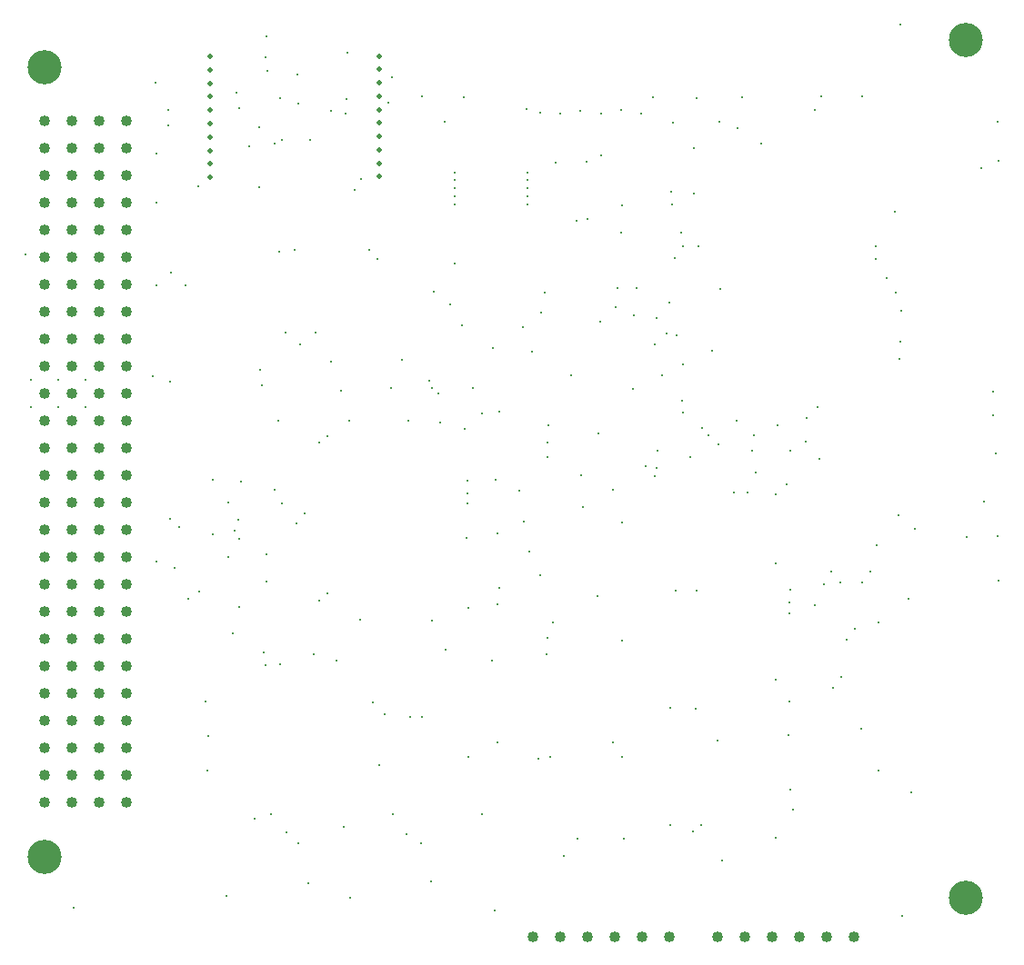
<source format=gbr>
%TF.GenerationSoftware,Altium Limited,Altium Designer,21.8.1 (53)*%
G04 Layer_Color=0*
%FSLAX45Y45*%
%MOMM*%
%TF.SameCoordinates,1CF0B822-2DD9-431B-A6BE-AAED35006C4B*%
%TF.FilePolarity,Positive*%
%TF.FileFunction,Plated,1,4,PTH,Drill*%
%TF.Part,Single*%
G01*
G75*
%TA.AperFunction,ComponentDrill*%
%ADD92C,0.50000*%
%ADD93C,1.02000*%
%ADD94C,1.02000*%
%ADD95C,3.18000*%
%TA.AperFunction,ViaDrill,NotFilled*%
%ADD96C,0.25000*%
D92*
X2050000Y8350000D02*
D03*
Y8225000D02*
D03*
Y8100000D02*
D03*
Y7975000D02*
D03*
Y7850000D02*
D03*
Y7725000D02*
D03*
Y7600000D02*
D03*
Y7475000D02*
D03*
Y7350000D02*
D03*
Y7225000D02*
D03*
X3620000Y8355000D02*
D03*
Y8230000D02*
D03*
Y8105000D02*
D03*
Y7980000D02*
D03*
Y7855000D02*
D03*
Y7730000D02*
D03*
Y7605000D02*
D03*
Y7480000D02*
D03*
Y7355000D02*
D03*
Y7230000D02*
D03*
D93*
X6770000Y150000D02*
D03*
X7024000D02*
D03*
X7278000D02*
D03*
X7532000D02*
D03*
X7786000D02*
D03*
X8040000D02*
D03*
X5050000D02*
D03*
X5304000D02*
D03*
X5558000D02*
D03*
X5812000D02*
D03*
X6066000D02*
D03*
X6320000D02*
D03*
D94*
X1016000Y6477000D02*
D03*
Y6223000D02*
D03*
Y5715000D02*
D03*
Y5969000D02*
D03*
Y5207000D02*
D03*
Y4953000D02*
D03*
Y4699000D02*
D03*
Y4191000D02*
D03*
Y4445000D02*
D03*
Y3683000D02*
D03*
Y3175000D02*
D03*
Y3937000D02*
D03*
Y3429000D02*
D03*
Y5461000D02*
D03*
Y6731000D02*
D03*
X1270000Y2667000D02*
D03*
Y3429000D02*
D03*
Y3175000D02*
D03*
Y2921000D02*
D03*
Y3683000D02*
D03*
Y4191000D02*
D03*
Y1397000D02*
D03*
Y1651000D02*
D03*
Y2159000D02*
D03*
Y2413000D02*
D03*
Y1905000D02*
D03*
Y3937000D02*
D03*
X1016000Y7747000D02*
D03*
Y6985000D02*
D03*
Y7493000D02*
D03*
X1270000Y7239000D02*
D03*
Y7493000D02*
D03*
X1016000Y7239000D02*
D03*
X1270000Y7747000D02*
D03*
Y6985000D02*
D03*
Y6477000D02*
D03*
Y6223000D02*
D03*
Y5969000D02*
D03*
Y5715000D02*
D03*
Y5461000D02*
D03*
Y5207000D02*
D03*
Y4699000D02*
D03*
Y4445000D02*
D03*
Y6731000D02*
D03*
Y4953000D02*
D03*
X1016000Y2413000D02*
D03*
Y2667000D02*
D03*
Y1905000D02*
D03*
Y2921000D02*
D03*
Y1397000D02*
D03*
Y2159000D02*
D03*
Y1651000D02*
D03*
X508000Y6477000D02*
D03*
Y6223000D02*
D03*
Y5715000D02*
D03*
Y5969000D02*
D03*
Y5207000D02*
D03*
Y4953000D02*
D03*
Y4699000D02*
D03*
Y4191000D02*
D03*
Y4445000D02*
D03*
Y3683000D02*
D03*
Y3175000D02*
D03*
Y3937000D02*
D03*
Y3429000D02*
D03*
Y5461000D02*
D03*
Y6731000D02*
D03*
X762000Y2667000D02*
D03*
Y3429000D02*
D03*
Y3175000D02*
D03*
Y2921000D02*
D03*
Y3683000D02*
D03*
Y4191000D02*
D03*
Y1397000D02*
D03*
Y1651000D02*
D03*
Y2159000D02*
D03*
Y2413000D02*
D03*
Y1905000D02*
D03*
Y3937000D02*
D03*
X508000Y7747000D02*
D03*
Y6985000D02*
D03*
Y7493000D02*
D03*
X762000Y7239000D02*
D03*
Y7493000D02*
D03*
X508000Y7239000D02*
D03*
X762000Y7747000D02*
D03*
Y6985000D02*
D03*
Y6477000D02*
D03*
Y6223000D02*
D03*
Y5969000D02*
D03*
Y5715000D02*
D03*
Y5461000D02*
D03*
Y5207000D02*
D03*
Y4699000D02*
D03*
Y4445000D02*
D03*
Y6731000D02*
D03*
Y4953000D02*
D03*
X508000Y2413000D02*
D03*
Y2667000D02*
D03*
Y1905000D02*
D03*
Y2921000D02*
D03*
Y1397000D02*
D03*
Y2159000D02*
D03*
Y1651000D02*
D03*
D95*
X9082000Y8502000D02*
D03*
Y508000D02*
D03*
X508000Y889000D02*
D03*
Y8248000D02*
D03*
D96*
X2690000Y6530000D02*
D03*
X2751991Y5776807D02*
D03*
X2830000Y6550000D02*
D03*
X3327400Y8382000D02*
D03*
X3736941Y8153058D02*
D03*
X8240000Y6460000D02*
D03*
X8343900Y6286500D02*
D03*
X8432800Y6146800D02*
D03*
X6515900Y4613800D02*
D03*
X6579000Y3370000D02*
D03*
X6565900Y2273300D02*
D03*
X7924800Y2565400D02*
D03*
X7848600Y2463800D02*
D03*
X7911700Y3450000D02*
D03*
X2882900Y5664200D02*
D03*
X6794500Y6184900D02*
D03*
X1549400Y7442200D02*
D03*
X6210000Y4676900D02*
D03*
X5499100Y4445000D02*
D03*
X4438957Y4279900D02*
D03*
X7446782Y3380000D02*
D03*
X3352800Y508000D02*
D03*
X5100000Y1810000D02*
D03*
X5662889Y4834542D02*
D03*
X6102462Y4535771D02*
D03*
X6190000Y4440000D02*
D03*
X6200000Y4520000D02*
D03*
X7442200Y3263900D02*
D03*
Y3162300D02*
D03*
X4241800Y2819400D02*
D03*
X4673600Y2717800D02*
D03*
X2870200Y7912100D02*
D03*
X2697818Y7957818D02*
D03*
X2578100Y8216900D02*
D03*
X2565400Y8343900D02*
D03*
X2716370Y7574974D02*
D03*
X2410000Y7510000D02*
D03*
X2313100Y7870000D02*
D03*
X2649266Y7540591D02*
D03*
X2500000Y7690000D02*
D03*
X6959600Y7683500D02*
D03*
X5041900Y5600700D02*
D03*
X6184900Y5664200D02*
D03*
X5676900Y5880100D02*
D03*
X6629400Y4889500D02*
D03*
X6946900Y4953000D02*
D03*
X9093200Y3873500D02*
D03*
X2527300Y5283200D02*
D03*
X2213385Y4198025D02*
D03*
X2260600Y2971800D02*
D03*
X3009900Y2781300D02*
D03*
X3225800Y2717800D02*
D03*
X3263900Y5232400D02*
D03*
X3730462Y5261678D02*
D03*
X2212017Y3687548D02*
D03*
X2318019Y3851846D02*
D03*
X8549000Y3300000D02*
D03*
X8268100Y3080000D02*
D03*
Y1700000D02*
D03*
X8572100Y1490000D02*
D03*
X381000Y5080000D02*
D03*
Y5334000D02*
D03*
X635000D02*
D03*
X889000D02*
D03*
Y5080000D02*
D03*
X635000D02*
D03*
X330200Y6502400D02*
D03*
X1511300Y5372100D02*
D03*
X1676400Y5321300D02*
D03*
X1815700Y6221200D02*
D03*
X1549400Y3644900D02*
D03*
X1714500Y3581400D02*
D03*
X4925982Y4304018D02*
D03*
X4127500Y6159500D02*
D03*
X5461000Y6819900D02*
D03*
X7130000Y4473981D02*
D03*
X5128969Y5965669D02*
D03*
X5160000Y6148330D02*
D03*
X6020000Y6188820D02*
D03*
X5840000D02*
D03*
X4390000Y5841200D02*
D03*
X4680000Y5636900D02*
D03*
X4280000Y6040000D02*
D03*
X3030398Y5778100D02*
D03*
X7680000Y3240000D02*
D03*
X5240000Y3080000D02*
D03*
X7326900Y4910000D02*
D03*
X7180000Y7540000D02*
D03*
X7110000Y4823100D02*
D03*
X7590000Y4760000D02*
D03*
X7450000Y4680000D02*
D03*
X7720000Y4600000D02*
D03*
X8190000Y3550000D02*
D03*
X8120000Y3450000D02*
D03*
X8050000Y3020000D02*
D03*
X7970000Y2920000D02*
D03*
X7700000Y5080000D02*
D03*
X7600000Y4980000D02*
D03*
X7090000Y4680000D02*
D03*
X6390000Y5750000D02*
D03*
X6720000Y5610000D02*
D03*
X8480000Y5980000D02*
D03*
X5820000Y6015710D02*
D03*
X6200000Y5910000D02*
D03*
X8468162Y5530909D02*
D03*
X8470000Y5690000D02*
D03*
X8245382Y6585382D02*
D03*
X5181009Y2782557D02*
D03*
X5190000Y2930000D02*
D03*
X5200000Y4910000D02*
D03*
X3139004Y4813100D02*
D03*
X3060000Y4750000D02*
D03*
X4420000Y4876170D02*
D03*
X8418700Y6901351D02*
D03*
X1680000Y6340000D02*
D03*
X5120000Y3520000D02*
D03*
X4720000Y3250000D02*
D03*
X7830000Y3550000D02*
D03*
X7760000Y3430000D02*
D03*
X8250000Y3800000D02*
D03*
X8453100Y4080000D02*
D03*
X8610000Y3950000D02*
D03*
X2850000Y4000000D02*
D03*
X2930000Y4090000D02*
D03*
X2650000Y4310000D02*
D03*
X2713100Y4190000D02*
D03*
X4430000Y3860000D02*
D03*
X2570000Y3710000D02*
D03*
X4970000Y4016900D02*
D03*
X4720000Y3910000D02*
D03*
X4440000Y4400000D02*
D03*
X5020000Y3740000D02*
D03*
X3670000Y2220000D02*
D03*
X3560000Y2330000D02*
D03*
X3910000Y2200000D02*
D03*
X4020000D02*
D03*
X4100000Y660000D02*
D03*
X5650000Y3320000D02*
D03*
X4740000Y3396900D02*
D03*
X4450000Y3210000D02*
D03*
X2570000Y3460000D02*
D03*
X4010000Y1020000D02*
D03*
X2020000Y1700000D02*
D03*
X2700000Y2690000D02*
D03*
X2025777Y2019628D02*
D03*
X2560000Y2680000D02*
D03*
X2000000Y2340000D02*
D03*
X2550000Y2800000D02*
D03*
X5990000Y5940000D02*
D03*
X6320000Y6060000D02*
D03*
X6450000Y5030000D02*
D03*
X6439430Y5143485D02*
D03*
X4489921Y5260079D02*
D03*
X5980000Y5250000D02*
D03*
X4577500Y5022500D02*
D03*
X4190000Y4940000D02*
D03*
X6450000Y5480000D02*
D03*
X4740000Y5040000D02*
D03*
X4175227Y5212900D02*
D03*
X4114545Y5257653D02*
D03*
X4090000Y5330000D02*
D03*
X6300000Y5770000D02*
D03*
X4320000Y6420000D02*
D03*
X4960000Y5829600D02*
D03*
X3530000Y6550000D02*
D03*
X3600000Y6460000D02*
D03*
X1760000Y3970000D02*
D03*
X2070000Y3900000D02*
D03*
X2276684Y3933316D02*
D03*
X1674978Y4038458D02*
D03*
X2310000Y4030000D02*
D03*
X2320000Y3216900D02*
D03*
X1840000Y3300000D02*
D03*
X3060000Y3280000D02*
D03*
X3140000Y3350000D02*
D03*
X1942700Y3365213D02*
D03*
X1940000Y7140000D02*
D03*
X3450000Y7210000D02*
D03*
X3390000Y7110000D02*
D03*
X2290000Y8010000D02*
D03*
X6682313Y4820787D02*
D03*
X7050000Y4290000D02*
D03*
X5880000Y4010000D02*
D03*
X5520000Y4150000D02*
D03*
X6920000Y4290000D02*
D03*
X4702500Y4407500D02*
D03*
X3830000Y5520000D02*
D03*
X3890000Y4960000D02*
D03*
X3340000D02*
D03*
X2680000D02*
D03*
X2510000Y5430000D02*
D03*
X2070000Y4410000D02*
D03*
X2330000Y4390000D02*
D03*
X3440000Y3100000D02*
D03*
X4110000Y3090000D02*
D03*
X4440000Y4190000D02*
D03*
X6252018Y5378175D02*
D03*
X5410000Y5380000D02*
D03*
X5190000Y4750000D02*
D03*
Y4620000D02*
D03*
X3750000Y1290000D02*
D03*
X4580000D02*
D03*
X2610000D02*
D03*
X6330000Y1190000D02*
D03*
X6770000Y1974879D02*
D03*
X5470000Y1060000D02*
D03*
X3878957Y1102228D02*
D03*
X2760000Y1120000D02*
D03*
X2870000Y1020000D02*
D03*
X3290000Y1170000D02*
D03*
X5900000Y1060000D02*
D03*
X5340000Y900000D02*
D03*
X7410000Y4360000D02*
D03*
X4720000Y1960000D02*
D03*
X5800000D02*
D03*
Y4310000D02*
D03*
X6780000Y4740000D02*
D03*
X6385293Y3374707D02*
D03*
X6330000Y2280000D02*
D03*
X6540000Y1126900D02*
D03*
X6620000Y1190000D02*
D03*
X8110000Y2090000D02*
D03*
X2500000Y7130000D02*
D03*
X3170000Y5510000D02*
D03*
X6550000Y7500000D02*
D03*
X6370000Y6470000D02*
D03*
X5560000Y6840000D02*
D03*
X5870000Y6710000D02*
D03*
X6340000Y7090000D02*
D03*
X6450000Y6580000D02*
D03*
X5880000Y6960000D02*
D03*
X6590000Y6580000D02*
D03*
X6550000Y7070000D02*
D03*
X6430000Y6710000D02*
D03*
X6057500Y7815099D02*
D03*
X5690000Y7820000D02*
D03*
X5310000D02*
D03*
X5260000Y7360000D02*
D03*
X5690000Y7430000D02*
D03*
X5550000Y7370000D02*
D03*
X3710000Y7920000D02*
D03*
X3310000Y7820000D02*
D03*
X2860000Y8180000D02*
D03*
X3320000Y7950000D02*
D03*
X3170000Y7840000D02*
D03*
X2980000Y7570000D02*
D03*
X1540000Y8110000D02*
D03*
X1658595Y7851160D02*
D03*
X1660000Y7710000D02*
D03*
X1550000Y6990000D02*
D03*
Y6220000D02*
D03*
X780000Y420000D02*
D03*
X8490000Y340000D02*
D03*
X6813844Y858469D02*
D03*
X7470000Y1330000D02*
D03*
X4020000Y7980000D02*
D03*
X4230000Y7740000D02*
D03*
X4410000Y7970000D02*
D03*
X5120000Y7830000D02*
D03*
X4990000Y7860000D02*
D03*
X5490000Y7840000D02*
D03*
X5870000Y7850000D02*
D03*
X6170000Y7970000D02*
D03*
X6580000Y7960000D02*
D03*
X6360000Y7730000D02*
D03*
X6790000Y7740000D02*
D03*
X7000000Y7970000D02*
D03*
X7680000Y7850000D02*
D03*
X7740000Y7980000D02*
D03*
X8120000D02*
D03*
X8470000Y8650000D02*
D03*
X9390000Y7380000D02*
D03*
X9380000Y7740000D02*
D03*
X9230000Y7310000D02*
D03*
X9340000Y5230000D02*
D03*
X9250000Y4200000D02*
D03*
X9340000Y5010000D02*
D03*
X9360000Y4650000D02*
D03*
X9380000Y3880000D02*
D03*
X9390000Y3470000D02*
D03*
X5880000Y2910000D02*
D03*
X7310000Y4270000D02*
D03*
Y3630000D02*
D03*
Y2540000D02*
D03*
X7440000Y2340000D02*
D03*
X7430000Y2030000D02*
D03*
X7450000Y1520000D02*
D03*
X7310000Y1070000D02*
D03*
X5880000Y1820000D02*
D03*
X5210000D02*
D03*
X2960000Y650000D02*
D03*
X4700000Y390000D02*
D03*
X4450000Y1820000D02*
D03*
X3620000Y1750000D02*
D03*
X2460000Y1250000D02*
D03*
X2200000Y530000D02*
D03*
X6350000Y6975000D02*
D03*
X4320000Y7270000D02*
D03*
X5000000Y6975000D02*
D03*
Y7050000D02*
D03*
Y7125000D02*
D03*
Y7200000D02*
D03*
X4325000Y6975000D02*
D03*
Y7050000D02*
D03*
Y7125000D02*
D03*
Y7200000D02*
D03*
X5000000Y7270000D02*
D03*
X2570000Y8540000D02*
D03*
%TF.MD5,38275d0292bf907a4fdfc61d011f51ea*%
M02*

</source>
